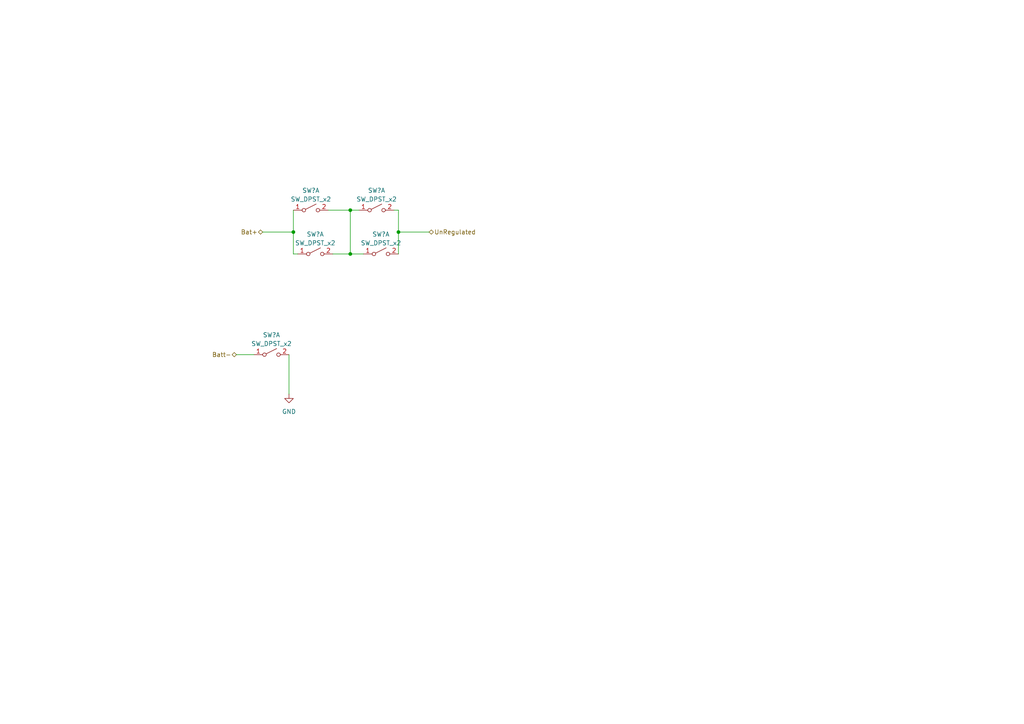
<source format=kicad_sch>
(kicad_sch (version 20230121) (generator eeschema)
  (paper "A4")
  (lib_symbols
    (symbol "Switch:SW_DPST_x2" (pin_names (offset 0) hide)
      (property "Reference" "SW" (at 0 3.175 0))
      (property "Value" "SW_DPST_x2" (at 0 -2.54 0))
      (symbol "SW_DPST_x2_0_0"
        (circle (center -2.032 0) (radius 0.508))
        (polyline (pts (xy -1.524 0.254) (xy 1.524 1.778)))
        (circle (center 2.032 0) (radius 0.508))
      )
      (symbol "SW_DPST_x2_1_1"
        (pin passive line (at -5.08 0 0) (length 2.54) (name "A") (number "1"))
        (pin passive line (at 5.08 0 180) (length 2.54) (name "B") (number "2"))
      )
      (symbol "SW_DPST_x2_2_1"
        (pin passive line (at -5.08 0 0) (length 2.54) (name "A") (number "3"))
        (pin passive line (at 5.08 0 180) (length 2.54) (name "B") (number "4"))
      )
    )
    (symbol "power:GND" (power) (pin_names (offset 0))
      (property "Value" "GND" (at 0 -3.81 0))
      (symbol "GND_0_1"
        (polyline (pts (xy 0 0) (xy 0 -1.27) (xy 1.27 -1.27) (xy 0 -2.54) (xy -1.27 -1.27) (xy 0 -1.27)))
      )
      (symbol "GND_1_1"
        (pin power_in line (at 0 0 270) (length 0) hide (name "GND") (number "1"))
      )
    )
  )
  (junction (at 115.57 67.31))
  (junction (at 85.09 67.31))
  (junction (at 101.6 73.66))
  (junction (at 101.6 60.96))
  (wire (pts (xy 101.6 60.96) (xy 101.6 73.66)))
  (wire (pts (xy 95.25 60.96) (xy 101.6 60.96)))
  (wire (pts (xy 85.09 73.66) (xy 86.36 73.66)))
  (wire (pts (xy 96.52 73.66) (xy 101.6 73.66)))
  (wire (pts (xy 68.58 102.87) (xy 73.66 102.87)))
  (wire (pts (xy 83.82 102.87) (xy 83.82 114.3)))
  (wire (pts (xy 114.3 60.96) (xy 115.57 60.96)))
  (wire (pts (xy 85.09 67.31) (xy 85.09 73.66)))
  (wire (pts (xy 85.09 60.96) (xy 85.09 67.31)))
  (wire (pts (xy 115.57 67.31) (xy 115.57 73.66)))
  (wire (pts (xy 101.6 73.66) (xy 105.41 73.66)))
  (wire (pts (xy 101.6 60.96) (xy 104.14 60.96)))
  (wire (pts (xy 115.57 67.31) (xy 124.46 67.31)))
  (wire (pts (xy 76.2 67.31) (xy 85.09 67.31)))
  (wire (pts (xy 115.57 60.96) (xy 115.57 67.31)))
  (hierarchical_label "UnRegulated" (shape bidirectional) (at 124.46 67.31 0))
  (hierarchical_label "Bat+" (shape bidirectional) (at 76.2 67.31 180))
  (hierarchical_label "Batt-" (shape bidirectional) (at 68.58 102.87 180))
  (symbol (lib_id "Switch:SW_DPST_x2") (at 90.17 60.96 0) (unit 1)
    (property "Reference" "SW?" (at 90.17 55.245 0))
    (property "Value" "SW_DPST_x2" (at 90.17 57.785 0))
  )
  (symbol (lib_id "power:GND") (at 83.82 114.3 0) (unit 1)
    (property "Reference" "#PWR01" (effects hide))
    (property "Value" "GND" (at 83.82 119.38 0))
  )
  (symbol (lib_id "Switch:SW_DPST_x2") (at 78.74 102.87 0) (unit 1)
    (property "Reference" "SW?" (at 78.74 97.155 0))
    (property "Value" "SW_DPST_x2" (at 78.74 99.695 0))
  )
  (symbol (lib_id "Switch:SW_DPST_x2") (at 109.22 60.96 0) (unit 1)
    (property "Reference" "SW?" (at 109.22 55.245 0))
    (property "Value" "SW_DPST_x2" (at 109.22 57.785 0))
  )
  (symbol (lib_id "Switch:SW_DPST_x2") (at 110.49 73.66 0) (unit 1)
    (property "Reference" "SW?" (at 110.49 67.945 0))
    (property "Value" "SW_DPST_x2" (at 110.49 70.485 0))
  )
  (symbol (lib_id "Switch:SW_DPST_x2") (at 91.44 73.66 0) (unit 1)
    (property "Reference" "SW?" (at 91.44 67.945 0))
    (property "Value" "SW_DPST_x2" (at 91.44 70.485 0))
  )
)
</source>
